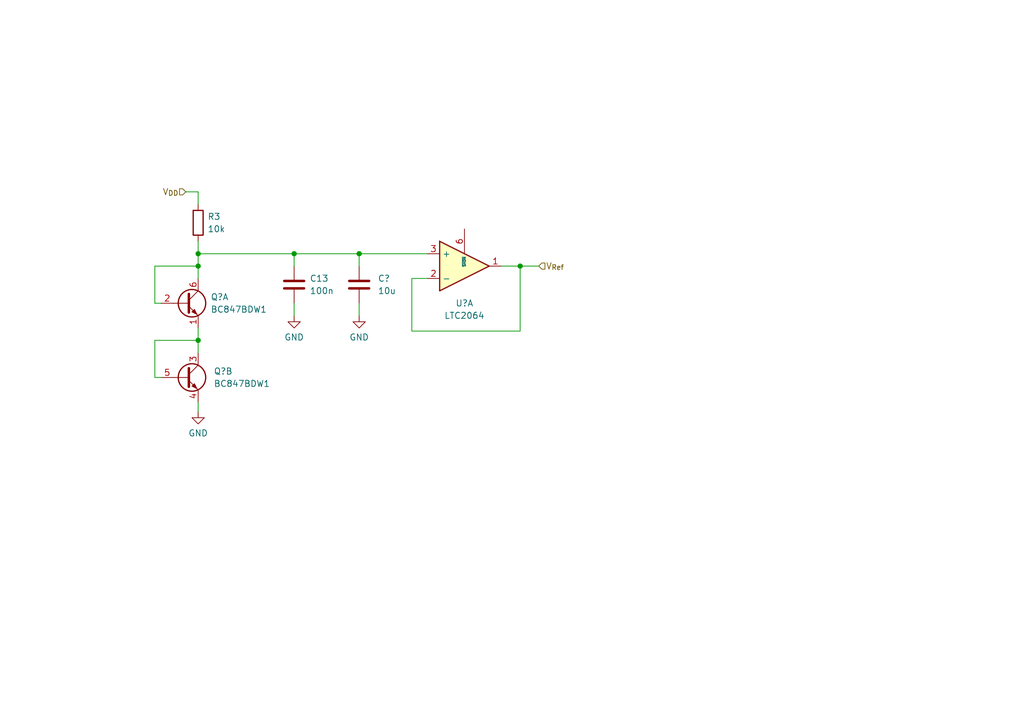
<source format=kicad_sch>
(kicad_sch (version 20230121) (generator eeschema)
  (paper "A5")
  (lib_symbols
    (symbol "Device:C" (pin_numbers hide) (pin_names (offset 0.254))
      (property "Reference" "C" (at 0.635 2.54 0))
      (property "Value" "C" (at 0.635 -2.54 0))
      (symbol "C_0_1"
        (polyline (pts (xy -2.032 -0.762) (xy 2.032 -0.762)) (stroke (width 0.508)))
        (polyline (pts (xy -2.032 0.762) (xy 2.032 0.762)) (stroke (width 0.508)))
      )
      (symbol "C_1_1"
        (pin passive line (at 0 3.81 270) (length 2.794) (name "~") (number "1"))
        (pin passive line (at 0 -3.81 90) (length 2.794) (name "~") (number "2"))
      )
    )
    (symbol "Device:R" (pin_numbers hide) (pin_names (offset 0))
      (property "Reference" "R" (at 2.032 0 90))
      (property "Value" "R" (at 0 0 90))
      (symbol "R_0_1"
        (rectangle (start -1.016 -2.54) (end 1.016 2.54) (stroke (width 0.254)))
      )
      (symbol "R_1_1"
        (pin passive line (at 0 3.81 270) (length 1.27) (name "~") (number "1"))
        (pin passive line (at 0 -3.81 90) (length 1.27) (name "~") (number "2"))
      )
    )
    (symbol "Transistor_BJT:BC847BDW1" (pin_names (offset 0) hide)
      (property "Reference" "Q" (at 5.08 1.27 0))
      (property "Value" "BC847BDW1" (at 5.08 -1.27 0))
      (symbol "BC847BDW1_0_1"
        (polyline (pts (xy 0.635 0) (xy -2.54 0)))
        (polyline (pts (xy 0.635 0.635) (xy 2.54 2.54)))
        (polyline (pts (xy 0.635 -0.635) (xy 2.54 -2.54) (xy 2.54 -2.54)))
        (polyline (pts (xy 0.635 1.905) (xy 0.635 -1.905) (xy 0.635 -1.905)) (stroke (width 0.508)))
        (polyline (pts (xy 1.27 -1.778) (xy 1.778 -1.27) (xy 2.286 -2.286) (xy 1.27 -1.778) (xy 1.27 -1.778)) (fill (type outline)))
        (circle (center 1.27 0) (radius 2.8194) (stroke (width 0.254)))
      )
      (symbol "BC847BDW1_1_1"
        (pin passive line (at 2.54 -5.08 90) (length 2.54) (name "E1") (number "1"))
        (pin input line (at -5.08 0 0) (length 2.54) (name "B1") (number "2"))
        (pin passive line (at 2.54 5.08 270) (length 2.54) (name "C1") (number "6"))
      )
      (symbol "BC847BDW1_2_1"
        (pin passive line (at 2.54 5.08 270) (length 2.54) (name "C2") (number "3"))
        (pin passive line (at 2.54 -5.08 90) (length 2.54) (name "E2") (number "4"))
        (pin input line (at -5.08 0 0) (length 2.54) (name "B2") (number "5"))
      )
    )
    (symbol "power:GND" (power) (pin_names (offset 0))
      (property "Value" "GND" (at 0 -3.81 0))
      (symbol "GND_0_1"
        (polyline (pts (xy 0 0) (xy 0 -1.27) (xy 1.27 -1.27) (xy 0 -2.54) (xy -1.27 -1.27) (xy 0 -1.27)))
      )
      (symbol "GND_1_1"
        (pin power_in line (at 0 0 270) (length 0) hide (name "GND") (number "1"))
      )
    )
    (symbol "sensorModules:LTC2064IMS8"
      (property "Reference" "U" (at 2.54 0 0))
      (property "Value" "LTC2064" (at 0 -1.27 0))
      (symbol "LTC2064IMS8_1_1"
        (polyline (pts (xy -5.08 5.08) (xy 5.08 0) (xy -5.08 -5.08) (xy -5.08 5.08) (xy -5.08 5.08)) (stroke (width 0.254)) (fill (type background)))
        (pin output line (at 7.62 0 180) (length 2.54) (name "~") (number "1"))
        (pin input line (at -7.62 -2.54 0) (length 2.54) (name "-") (number "2"))
        (pin input line (at -7.62 2.54 0) (length 2.54) (name "+") (number "3"))
        (pin input line (at 0 7.62 270) (length 5.08) (name "~{SHDN}") (number "6"))
      )
      (symbol "LTC2064IMS8_2_1"
        (polyline (pts (xy -5.08 5.08) (xy 5.08 0) (xy -5.08 -5.08) (xy -5.08 5.08) (xy -5.08 5.08)) (stroke (width 0.254)) (fill (type background)))
        (pin input line (at 0 7.62 270) (length 5.08) (name "~{SHDN}") (number "6"))
        (pin input line (at -7.62 2.54 0) (length 2.54) (name "+") (number "7"))
        (pin input line (at -7.62 -2.54 0) (length 2.54) (name "-") (number "8"))
        (pin output line (at 7.62 0 180) (length 2.54) (name "~") (number "9"))
      )
      (symbol "LTC2064IMS8_3_1"
        (pin power_in line (at 0 7.62 270) (length 3.81) (name "V+") (number "10"))
        (pin passive line (at 0 -7.62 90) (length 3.81) hide (name "V-") (number "11"))
        (pin power_in line (at 0 -7.62 90) (length 3.81) (name "V-") (number "4"))
      )
    )
  )
  (junction (at 40.64 52.07))
  (junction (at 40.64 54.61))
  (junction (at 73.66 52.07))
  (junction (at 106.68 54.61))
  (junction (at 60.325 52.07))
  (junction (at 40.64 69.85))
  (wire (pts (xy 106.68 67.945) (xy 84.455 67.945)))
  (wire (pts (xy 102.87 54.61) (xy 106.68 54.61)))
  (wire (pts (xy 60.325 62.23) (xy 60.325 64.77)))
  (wire (pts (xy 73.66 52.07) (xy 73.66 54.61)))
  (wire (pts (xy 38.1 39.37) (xy 40.64 39.37)))
  (wire (pts (xy 40.64 82.55) (xy 40.64 84.455)))
  (wire (pts (xy 73.66 52.07) (xy 87.63 52.07)))
  (wire (pts (xy 40.64 54.61) (xy 40.64 52.07)))
  (wire (pts (xy 31.75 62.23) (xy 33.02 62.23)))
  (wire (pts (xy 31.75 77.47) (xy 33.02 77.47)))
  (wire (pts (xy 40.64 39.37) (xy 40.64 41.91)))
  (wire (pts (xy 31.75 69.85) (xy 31.75 77.47)))
  (wire (pts (xy 31.75 54.61) (xy 31.75 62.23)))
  (wire (pts (xy 40.64 54.61) (xy 31.75 54.61)))
  (wire (pts (xy 106.68 54.61) (xy 110.49 54.61)))
  (wire (pts (xy 106.68 54.61) (xy 106.68 67.945)))
  (wire (pts (xy 40.64 72.39) (xy 40.64 69.85)))
  (wire (pts (xy 84.455 67.945) (xy 84.455 57.15)))
  (wire (pts (xy 60.325 52.07) (xy 73.66 52.07)))
  (wire (pts (xy 60.325 52.07) (xy 60.325 54.61)))
  (wire (pts (xy 73.66 62.23) (xy 73.66 64.77)))
  (wire (pts (xy 40.64 52.07) (xy 60.325 52.07)))
  (wire (pts (xy 40.64 69.85) (xy 31.75 69.85)))
  (wire (pts (xy 40.64 69.85) (xy 40.64 67.31)))
  (wire (pts (xy 40.64 52.07) (xy 40.64 49.53)))
  (wire (pts (xy 40.64 57.15) (xy 40.64 54.61)))
  (wire (pts (xy 84.455 57.15) (xy 87.63 57.15)))
  (hierarchical_label "V_{DD}" (shape input) (at 38.1 39.37 180))
  (hierarchical_label "V_{Ref}" (shape input) (at 110.49 54.61 0))
  (symbol (lib_id "power:GND") (at 60.325 64.77 0) (unit 1)
    (property "Reference" "#PWR01" (effects hide))
    (property "Value" "GND" (at 60.325 69.215 0))
  )
  (symbol (lib_id "Transistor_BJT:BC847BDW1") (at 38.1 77.47 0) (unit 2)
    (property "Reference" "Q?" (at 43.815 76.2 0) (effects (justify left)))
    (property "Value" "BC847BDW1" (at 43.815 78.74 0) (effects (justify left)))
    (property "Footprint" "Package_TO_SOT_SMD:SOT-363_SC-70-6" (effects hide))
    (property "Datasheet" "http://www.onsemi.com/pub_link/Collateral/BC846BDW1T1-D.PDF" (effects hide))
  )
  (symbol (lib_id "Transistor_BJT:BC847BDW1") (at 38.1 62.23 0) (unit 1)
    (property "Reference" "Q?" (at 43.18 60.96 0) (effects (justify left)))
    (property "Value" "BC847BDW1" (at 43.18 63.5 0) (effects (justify left)))
    (property "Footprint" "Package_TO_SOT_SMD:SOT-363_SC-70-6" (effects hide))
    (property "Datasheet" "http://www.onsemi.com/pub_link/Collateral/BC846BDW1T1-D.PDF" (effects hide))
  )
  (symbol (lib_id "Device:C") (at 73.66 58.42 0) (unit 1)
    (property "Reference" "C?" (at 77.47 57.15 0) (effects (justify left)))
    (property "Value" "10u" (at 77.47 59.69 0) (effects (justify left)))
  )
  (symbol (lib_id "sensorModules:LTC2064IMS8") (at 95.25 54.61 0) (unit 1)
    (property "Reference" "U?" (at 95.25 62.23 0))
    (property "Value" "LTC2064" (at 95.25 64.77 0))
    (property "Footprint" "Package_SO:MSOP-8_3x3mm_P0.65mm" (effects hide))
    (property "Datasheet" "https://www.analog.com/media/en/technical-documentation/data-sheets/ltc2063-2064-2065.pdf" (effects hide))
    (property "Farnell" "4021217" (effects hide))
  )
  (symbol (lib_id "power:GND") (at 73.66 64.77 0) (unit 1)
    (property "Reference" "#PWR04" (effects hide))
    (property "Value" "GND" (at 73.66 69.215 0))
  )
  (symbol (lib_id "power:GND") (at 40.64 84.455 0) (unit 1)
    (property "Reference" "#PWR05" (effects hide))
    (property "Value" "GND" (at 40.64 88.9 0))
  )
  (symbol (lib_id "Device:R") (at 40.64 45.72 0) (unit 1)
    (property "Reference" "R3" (at 42.545 44.45 0) (effects (justify left)))
    (property "Value" "10k" (at 42.545 46.99 0) (effects (justify left)))
  )
  (symbol (lib_id "Device:C") (at 60.325 58.42 0) (unit 1)
    (property "Reference" "C13" (at 63.5 57.15 0) (effects (justify left)))
    (property "Value" "100n" (at 63.5 59.69 0) (effects (justify left)))
  )
)
</source>
